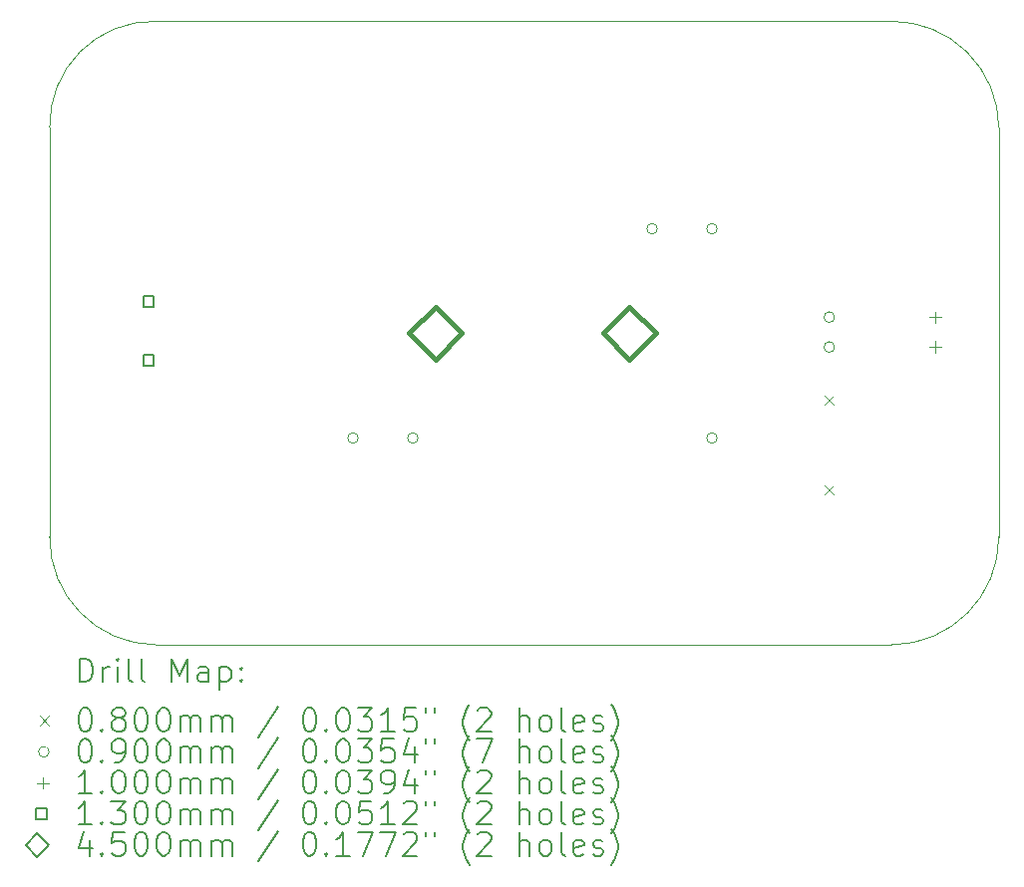
<source format=gbr>
%TF.GenerationSoftware,KiCad,Pcbnew,(6.0.9)*%
%TF.CreationDate,2022-11-27T02:52:19+01:00*%
%TF.ProjectId,ll-irm-psu-board,6c6c2d69-726d-42d7-9073-752d626f6172,0.1*%
%TF.SameCoordinates,Original*%
%TF.FileFunction,Drillmap*%
%TF.FilePolarity,Positive*%
%FSLAX45Y45*%
G04 Gerber Fmt 4.5, Leading zero omitted, Abs format (unit mm)*
G04 Created by KiCad (PCBNEW (6.0.9)) date 2022-11-27 02:52:19*
%MOMM*%
%LPD*%
G01*
G04 APERTURE LIST*
%ADD10C,0.100000*%
%ADD11C,0.200000*%
%ADD12C,0.080000*%
%ADD13C,0.090000*%
%ADD14C,0.130000*%
%ADD15C,0.450000*%
G04 APERTURE END LIST*
D10*
X6016000Y-7954000D02*
X6016000Y-4475000D01*
X6916000Y-8872000D02*
X13165000Y-8872000D01*
X6916000Y-3575000D02*
X13165000Y-3575000D01*
X14075000Y-4475000D02*
G75*
G03*
X13165000Y-3575000I-905000J-5000D01*
G01*
X14075000Y-4475000D02*
X14075000Y-7954000D01*
X13165000Y-8872000D02*
G75*
G03*
X14075000Y-7954000I-4000J914000D01*
G01*
X6016000Y-7954000D02*
G75*
G03*
X6916000Y-8872000I909000J-9000D01*
G01*
X6916000Y-3575000D02*
G75*
G03*
X6016000Y-4475000I-18466J-881534D01*
G01*
D11*
D12*
X12595000Y-6754000D02*
X12675000Y-6834000D01*
X12675000Y-6754000D02*
X12595000Y-6834000D01*
X12595000Y-7516000D02*
X12675000Y-7596000D01*
X12675000Y-7516000D02*
X12595000Y-7596000D01*
D13*
X8636000Y-7115000D02*
G75*
G03*
X8636000Y-7115000I-45000J0D01*
G01*
X9144000Y-7115000D02*
G75*
G03*
X9144000Y-7115000I-45000J0D01*
G01*
X11176000Y-5337000D02*
G75*
G03*
X11176000Y-5337000I-45000J0D01*
G01*
X11684000Y-5337000D02*
G75*
G03*
X11684000Y-5337000I-45000J0D01*
G01*
X11684000Y-7115000D02*
G75*
G03*
X11684000Y-7115000I-45000J0D01*
G01*
X12680000Y-6088500D02*
G75*
G03*
X12680000Y-6088500I-45000J0D01*
G01*
X12680000Y-6342500D02*
G75*
G03*
X12680000Y-6342500I-45000J0D01*
G01*
D10*
X13537500Y-6040000D02*
X13537500Y-6140000D01*
X13487500Y-6090000D02*
X13587500Y-6090000D01*
X13537500Y-6290000D02*
X13537500Y-6390000D01*
X13487500Y-6340000D02*
X13587500Y-6340000D01*
D14*
X6900962Y-6000962D02*
X6900962Y-5909038D01*
X6809038Y-5909038D01*
X6809038Y-6000962D01*
X6900962Y-6000962D01*
X6900962Y-6500962D02*
X6900962Y-6409038D01*
X6809038Y-6409038D01*
X6809038Y-6500962D01*
X6900962Y-6500962D01*
D15*
X9293000Y-6450000D02*
X9518000Y-6225000D01*
X9293000Y-6000000D01*
X9068000Y-6225000D01*
X9293000Y-6450000D01*
X10937000Y-6450000D02*
X11162000Y-6225000D01*
X10937000Y-6000000D01*
X10712000Y-6225000D01*
X10937000Y-6450000D01*
D11*
X6268426Y-9187476D02*
X6268426Y-8987476D01*
X6316045Y-8987476D01*
X6344616Y-8997000D01*
X6363664Y-9016048D01*
X6373187Y-9035095D01*
X6382711Y-9073190D01*
X6382711Y-9101762D01*
X6373187Y-9139857D01*
X6363664Y-9158905D01*
X6344616Y-9177952D01*
X6316045Y-9187476D01*
X6268426Y-9187476D01*
X6468426Y-9187476D02*
X6468426Y-9054143D01*
X6468426Y-9092238D02*
X6477949Y-9073190D01*
X6487473Y-9063667D01*
X6506521Y-9054143D01*
X6525568Y-9054143D01*
X6592235Y-9187476D02*
X6592235Y-9054143D01*
X6592235Y-8987476D02*
X6582711Y-8997000D01*
X6592235Y-9006524D01*
X6601759Y-8997000D01*
X6592235Y-8987476D01*
X6592235Y-9006524D01*
X6716045Y-9187476D02*
X6696997Y-9177952D01*
X6687473Y-9158905D01*
X6687473Y-8987476D01*
X6820807Y-9187476D02*
X6801759Y-9177952D01*
X6792235Y-9158905D01*
X6792235Y-8987476D01*
X7049378Y-9187476D02*
X7049378Y-8987476D01*
X7116045Y-9130333D01*
X7182711Y-8987476D01*
X7182711Y-9187476D01*
X7363664Y-9187476D02*
X7363664Y-9082714D01*
X7354140Y-9063667D01*
X7335092Y-9054143D01*
X7296997Y-9054143D01*
X7277949Y-9063667D01*
X7363664Y-9177952D02*
X7344616Y-9187476D01*
X7296997Y-9187476D01*
X7277949Y-9177952D01*
X7268426Y-9158905D01*
X7268426Y-9139857D01*
X7277949Y-9120810D01*
X7296997Y-9111286D01*
X7344616Y-9111286D01*
X7363664Y-9101762D01*
X7458902Y-9054143D02*
X7458902Y-9254143D01*
X7458902Y-9063667D02*
X7477949Y-9054143D01*
X7516045Y-9054143D01*
X7535092Y-9063667D01*
X7544616Y-9073190D01*
X7554140Y-9092238D01*
X7554140Y-9149381D01*
X7544616Y-9168429D01*
X7535092Y-9177952D01*
X7516045Y-9187476D01*
X7477949Y-9187476D01*
X7458902Y-9177952D01*
X7639854Y-9168429D02*
X7649378Y-9177952D01*
X7639854Y-9187476D01*
X7630330Y-9177952D01*
X7639854Y-9168429D01*
X7639854Y-9187476D01*
X7639854Y-9063667D02*
X7649378Y-9073190D01*
X7639854Y-9082714D01*
X7630330Y-9073190D01*
X7639854Y-9063667D01*
X7639854Y-9082714D01*
D12*
X5930807Y-9477000D02*
X6010807Y-9557000D01*
X6010807Y-9477000D02*
X5930807Y-9557000D01*
D11*
X6306521Y-9407476D02*
X6325568Y-9407476D01*
X6344616Y-9417000D01*
X6354140Y-9426524D01*
X6363664Y-9445571D01*
X6373187Y-9483667D01*
X6373187Y-9531286D01*
X6363664Y-9569381D01*
X6354140Y-9588429D01*
X6344616Y-9597952D01*
X6325568Y-9607476D01*
X6306521Y-9607476D01*
X6287473Y-9597952D01*
X6277949Y-9588429D01*
X6268426Y-9569381D01*
X6258902Y-9531286D01*
X6258902Y-9483667D01*
X6268426Y-9445571D01*
X6277949Y-9426524D01*
X6287473Y-9417000D01*
X6306521Y-9407476D01*
X6458902Y-9588429D02*
X6468426Y-9597952D01*
X6458902Y-9607476D01*
X6449378Y-9597952D01*
X6458902Y-9588429D01*
X6458902Y-9607476D01*
X6582711Y-9493190D02*
X6563664Y-9483667D01*
X6554140Y-9474143D01*
X6544616Y-9455095D01*
X6544616Y-9445571D01*
X6554140Y-9426524D01*
X6563664Y-9417000D01*
X6582711Y-9407476D01*
X6620807Y-9407476D01*
X6639854Y-9417000D01*
X6649378Y-9426524D01*
X6658902Y-9445571D01*
X6658902Y-9455095D01*
X6649378Y-9474143D01*
X6639854Y-9483667D01*
X6620807Y-9493190D01*
X6582711Y-9493190D01*
X6563664Y-9502714D01*
X6554140Y-9512238D01*
X6544616Y-9531286D01*
X6544616Y-9569381D01*
X6554140Y-9588429D01*
X6563664Y-9597952D01*
X6582711Y-9607476D01*
X6620807Y-9607476D01*
X6639854Y-9597952D01*
X6649378Y-9588429D01*
X6658902Y-9569381D01*
X6658902Y-9531286D01*
X6649378Y-9512238D01*
X6639854Y-9502714D01*
X6620807Y-9493190D01*
X6782711Y-9407476D02*
X6801759Y-9407476D01*
X6820807Y-9417000D01*
X6830330Y-9426524D01*
X6839854Y-9445571D01*
X6849378Y-9483667D01*
X6849378Y-9531286D01*
X6839854Y-9569381D01*
X6830330Y-9588429D01*
X6820807Y-9597952D01*
X6801759Y-9607476D01*
X6782711Y-9607476D01*
X6763664Y-9597952D01*
X6754140Y-9588429D01*
X6744616Y-9569381D01*
X6735092Y-9531286D01*
X6735092Y-9483667D01*
X6744616Y-9445571D01*
X6754140Y-9426524D01*
X6763664Y-9417000D01*
X6782711Y-9407476D01*
X6973187Y-9407476D02*
X6992235Y-9407476D01*
X7011283Y-9417000D01*
X7020807Y-9426524D01*
X7030330Y-9445571D01*
X7039854Y-9483667D01*
X7039854Y-9531286D01*
X7030330Y-9569381D01*
X7020807Y-9588429D01*
X7011283Y-9597952D01*
X6992235Y-9607476D01*
X6973187Y-9607476D01*
X6954140Y-9597952D01*
X6944616Y-9588429D01*
X6935092Y-9569381D01*
X6925568Y-9531286D01*
X6925568Y-9483667D01*
X6935092Y-9445571D01*
X6944616Y-9426524D01*
X6954140Y-9417000D01*
X6973187Y-9407476D01*
X7125568Y-9607476D02*
X7125568Y-9474143D01*
X7125568Y-9493190D02*
X7135092Y-9483667D01*
X7154140Y-9474143D01*
X7182711Y-9474143D01*
X7201759Y-9483667D01*
X7211283Y-9502714D01*
X7211283Y-9607476D01*
X7211283Y-9502714D02*
X7220807Y-9483667D01*
X7239854Y-9474143D01*
X7268426Y-9474143D01*
X7287473Y-9483667D01*
X7296997Y-9502714D01*
X7296997Y-9607476D01*
X7392235Y-9607476D02*
X7392235Y-9474143D01*
X7392235Y-9493190D02*
X7401759Y-9483667D01*
X7420807Y-9474143D01*
X7449378Y-9474143D01*
X7468426Y-9483667D01*
X7477949Y-9502714D01*
X7477949Y-9607476D01*
X7477949Y-9502714D02*
X7487473Y-9483667D01*
X7506521Y-9474143D01*
X7535092Y-9474143D01*
X7554140Y-9483667D01*
X7563664Y-9502714D01*
X7563664Y-9607476D01*
X7954140Y-9397952D02*
X7782711Y-9655095D01*
X8211283Y-9407476D02*
X8230330Y-9407476D01*
X8249378Y-9417000D01*
X8258902Y-9426524D01*
X8268426Y-9445571D01*
X8277949Y-9483667D01*
X8277949Y-9531286D01*
X8268426Y-9569381D01*
X8258902Y-9588429D01*
X8249378Y-9597952D01*
X8230330Y-9607476D01*
X8211283Y-9607476D01*
X8192235Y-9597952D01*
X8182711Y-9588429D01*
X8173187Y-9569381D01*
X8163664Y-9531286D01*
X8163664Y-9483667D01*
X8173187Y-9445571D01*
X8182711Y-9426524D01*
X8192235Y-9417000D01*
X8211283Y-9407476D01*
X8363664Y-9588429D02*
X8373187Y-9597952D01*
X8363664Y-9607476D01*
X8354140Y-9597952D01*
X8363664Y-9588429D01*
X8363664Y-9607476D01*
X8496997Y-9407476D02*
X8516045Y-9407476D01*
X8535092Y-9417000D01*
X8544616Y-9426524D01*
X8554140Y-9445571D01*
X8563664Y-9483667D01*
X8563664Y-9531286D01*
X8554140Y-9569381D01*
X8544616Y-9588429D01*
X8535092Y-9597952D01*
X8516045Y-9607476D01*
X8496997Y-9607476D01*
X8477949Y-9597952D01*
X8468426Y-9588429D01*
X8458902Y-9569381D01*
X8449378Y-9531286D01*
X8449378Y-9483667D01*
X8458902Y-9445571D01*
X8468426Y-9426524D01*
X8477949Y-9417000D01*
X8496997Y-9407476D01*
X8630330Y-9407476D02*
X8754140Y-9407476D01*
X8687473Y-9483667D01*
X8716045Y-9483667D01*
X8735092Y-9493190D01*
X8744616Y-9502714D01*
X8754140Y-9521762D01*
X8754140Y-9569381D01*
X8744616Y-9588429D01*
X8735092Y-9597952D01*
X8716045Y-9607476D01*
X8658902Y-9607476D01*
X8639854Y-9597952D01*
X8630330Y-9588429D01*
X8944616Y-9607476D02*
X8830330Y-9607476D01*
X8887473Y-9607476D02*
X8887473Y-9407476D01*
X8868426Y-9436048D01*
X8849378Y-9455095D01*
X8830330Y-9464619D01*
X9125569Y-9407476D02*
X9030330Y-9407476D01*
X9020807Y-9502714D01*
X9030330Y-9493190D01*
X9049378Y-9483667D01*
X9096997Y-9483667D01*
X9116045Y-9493190D01*
X9125569Y-9502714D01*
X9135092Y-9521762D01*
X9135092Y-9569381D01*
X9125569Y-9588429D01*
X9116045Y-9597952D01*
X9096997Y-9607476D01*
X9049378Y-9607476D01*
X9030330Y-9597952D01*
X9020807Y-9588429D01*
X9211283Y-9407476D02*
X9211283Y-9445571D01*
X9287473Y-9407476D02*
X9287473Y-9445571D01*
X9582711Y-9683667D02*
X9573188Y-9674143D01*
X9554140Y-9645571D01*
X9544616Y-9626524D01*
X9535092Y-9597952D01*
X9525569Y-9550333D01*
X9525569Y-9512238D01*
X9535092Y-9464619D01*
X9544616Y-9436048D01*
X9554140Y-9417000D01*
X9573188Y-9388429D01*
X9582711Y-9378905D01*
X9649378Y-9426524D02*
X9658902Y-9417000D01*
X9677949Y-9407476D01*
X9725569Y-9407476D01*
X9744616Y-9417000D01*
X9754140Y-9426524D01*
X9763664Y-9445571D01*
X9763664Y-9464619D01*
X9754140Y-9493190D01*
X9639854Y-9607476D01*
X9763664Y-9607476D01*
X10001759Y-9607476D02*
X10001759Y-9407476D01*
X10087473Y-9607476D02*
X10087473Y-9502714D01*
X10077949Y-9483667D01*
X10058902Y-9474143D01*
X10030330Y-9474143D01*
X10011283Y-9483667D01*
X10001759Y-9493190D01*
X10211283Y-9607476D02*
X10192235Y-9597952D01*
X10182711Y-9588429D01*
X10173188Y-9569381D01*
X10173188Y-9512238D01*
X10182711Y-9493190D01*
X10192235Y-9483667D01*
X10211283Y-9474143D01*
X10239854Y-9474143D01*
X10258902Y-9483667D01*
X10268426Y-9493190D01*
X10277949Y-9512238D01*
X10277949Y-9569381D01*
X10268426Y-9588429D01*
X10258902Y-9597952D01*
X10239854Y-9607476D01*
X10211283Y-9607476D01*
X10392235Y-9607476D02*
X10373188Y-9597952D01*
X10363664Y-9578905D01*
X10363664Y-9407476D01*
X10544616Y-9597952D02*
X10525569Y-9607476D01*
X10487473Y-9607476D01*
X10468426Y-9597952D01*
X10458902Y-9578905D01*
X10458902Y-9502714D01*
X10468426Y-9483667D01*
X10487473Y-9474143D01*
X10525569Y-9474143D01*
X10544616Y-9483667D01*
X10554140Y-9502714D01*
X10554140Y-9521762D01*
X10458902Y-9540810D01*
X10630330Y-9597952D02*
X10649378Y-9607476D01*
X10687473Y-9607476D01*
X10706521Y-9597952D01*
X10716045Y-9578905D01*
X10716045Y-9569381D01*
X10706521Y-9550333D01*
X10687473Y-9540810D01*
X10658902Y-9540810D01*
X10639854Y-9531286D01*
X10630330Y-9512238D01*
X10630330Y-9502714D01*
X10639854Y-9483667D01*
X10658902Y-9474143D01*
X10687473Y-9474143D01*
X10706521Y-9483667D01*
X10782711Y-9683667D02*
X10792235Y-9674143D01*
X10811283Y-9645571D01*
X10820807Y-9626524D01*
X10830330Y-9597952D01*
X10839854Y-9550333D01*
X10839854Y-9512238D01*
X10830330Y-9464619D01*
X10820807Y-9436048D01*
X10811283Y-9417000D01*
X10792235Y-9388429D01*
X10782711Y-9378905D01*
D13*
X6010807Y-9781000D02*
G75*
G03*
X6010807Y-9781000I-45000J0D01*
G01*
D11*
X6306521Y-9671476D02*
X6325568Y-9671476D01*
X6344616Y-9681000D01*
X6354140Y-9690524D01*
X6363664Y-9709571D01*
X6373187Y-9747667D01*
X6373187Y-9795286D01*
X6363664Y-9833381D01*
X6354140Y-9852429D01*
X6344616Y-9861952D01*
X6325568Y-9871476D01*
X6306521Y-9871476D01*
X6287473Y-9861952D01*
X6277949Y-9852429D01*
X6268426Y-9833381D01*
X6258902Y-9795286D01*
X6258902Y-9747667D01*
X6268426Y-9709571D01*
X6277949Y-9690524D01*
X6287473Y-9681000D01*
X6306521Y-9671476D01*
X6458902Y-9852429D02*
X6468426Y-9861952D01*
X6458902Y-9871476D01*
X6449378Y-9861952D01*
X6458902Y-9852429D01*
X6458902Y-9871476D01*
X6563664Y-9871476D02*
X6601759Y-9871476D01*
X6620807Y-9861952D01*
X6630330Y-9852429D01*
X6649378Y-9823857D01*
X6658902Y-9785762D01*
X6658902Y-9709571D01*
X6649378Y-9690524D01*
X6639854Y-9681000D01*
X6620807Y-9671476D01*
X6582711Y-9671476D01*
X6563664Y-9681000D01*
X6554140Y-9690524D01*
X6544616Y-9709571D01*
X6544616Y-9757190D01*
X6554140Y-9776238D01*
X6563664Y-9785762D01*
X6582711Y-9795286D01*
X6620807Y-9795286D01*
X6639854Y-9785762D01*
X6649378Y-9776238D01*
X6658902Y-9757190D01*
X6782711Y-9671476D02*
X6801759Y-9671476D01*
X6820807Y-9681000D01*
X6830330Y-9690524D01*
X6839854Y-9709571D01*
X6849378Y-9747667D01*
X6849378Y-9795286D01*
X6839854Y-9833381D01*
X6830330Y-9852429D01*
X6820807Y-9861952D01*
X6801759Y-9871476D01*
X6782711Y-9871476D01*
X6763664Y-9861952D01*
X6754140Y-9852429D01*
X6744616Y-9833381D01*
X6735092Y-9795286D01*
X6735092Y-9747667D01*
X6744616Y-9709571D01*
X6754140Y-9690524D01*
X6763664Y-9681000D01*
X6782711Y-9671476D01*
X6973187Y-9671476D02*
X6992235Y-9671476D01*
X7011283Y-9681000D01*
X7020807Y-9690524D01*
X7030330Y-9709571D01*
X7039854Y-9747667D01*
X7039854Y-9795286D01*
X7030330Y-9833381D01*
X7020807Y-9852429D01*
X7011283Y-9861952D01*
X6992235Y-9871476D01*
X6973187Y-9871476D01*
X6954140Y-9861952D01*
X6944616Y-9852429D01*
X6935092Y-9833381D01*
X6925568Y-9795286D01*
X6925568Y-9747667D01*
X6935092Y-9709571D01*
X6944616Y-9690524D01*
X6954140Y-9681000D01*
X6973187Y-9671476D01*
X7125568Y-9871476D02*
X7125568Y-9738143D01*
X7125568Y-9757190D02*
X7135092Y-9747667D01*
X7154140Y-9738143D01*
X7182711Y-9738143D01*
X7201759Y-9747667D01*
X7211283Y-9766714D01*
X7211283Y-9871476D01*
X7211283Y-9766714D02*
X7220807Y-9747667D01*
X7239854Y-9738143D01*
X7268426Y-9738143D01*
X7287473Y-9747667D01*
X7296997Y-9766714D01*
X7296997Y-9871476D01*
X7392235Y-9871476D02*
X7392235Y-9738143D01*
X7392235Y-9757190D02*
X7401759Y-9747667D01*
X7420807Y-9738143D01*
X7449378Y-9738143D01*
X7468426Y-9747667D01*
X7477949Y-9766714D01*
X7477949Y-9871476D01*
X7477949Y-9766714D02*
X7487473Y-9747667D01*
X7506521Y-9738143D01*
X7535092Y-9738143D01*
X7554140Y-9747667D01*
X7563664Y-9766714D01*
X7563664Y-9871476D01*
X7954140Y-9661952D02*
X7782711Y-9919095D01*
X8211283Y-9671476D02*
X8230330Y-9671476D01*
X8249378Y-9681000D01*
X8258902Y-9690524D01*
X8268426Y-9709571D01*
X8277949Y-9747667D01*
X8277949Y-9795286D01*
X8268426Y-9833381D01*
X8258902Y-9852429D01*
X8249378Y-9861952D01*
X8230330Y-9871476D01*
X8211283Y-9871476D01*
X8192235Y-9861952D01*
X8182711Y-9852429D01*
X8173187Y-9833381D01*
X8163664Y-9795286D01*
X8163664Y-9747667D01*
X8173187Y-9709571D01*
X8182711Y-9690524D01*
X8192235Y-9681000D01*
X8211283Y-9671476D01*
X8363664Y-9852429D02*
X8373187Y-9861952D01*
X8363664Y-9871476D01*
X8354140Y-9861952D01*
X8363664Y-9852429D01*
X8363664Y-9871476D01*
X8496997Y-9671476D02*
X8516045Y-9671476D01*
X8535092Y-9681000D01*
X8544616Y-9690524D01*
X8554140Y-9709571D01*
X8563664Y-9747667D01*
X8563664Y-9795286D01*
X8554140Y-9833381D01*
X8544616Y-9852429D01*
X8535092Y-9861952D01*
X8516045Y-9871476D01*
X8496997Y-9871476D01*
X8477949Y-9861952D01*
X8468426Y-9852429D01*
X8458902Y-9833381D01*
X8449378Y-9795286D01*
X8449378Y-9747667D01*
X8458902Y-9709571D01*
X8468426Y-9690524D01*
X8477949Y-9681000D01*
X8496997Y-9671476D01*
X8630330Y-9671476D02*
X8754140Y-9671476D01*
X8687473Y-9747667D01*
X8716045Y-9747667D01*
X8735092Y-9757190D01*
X8744616Y-9766714D01*
X8754140Y-9785762D01*
X8754140Y-9833381D01*
X8744616Y-9852429D01*
X8735092Y-9861952D01*
X8716045Y-9871476D01*
X8658902Y-9871476D01*
X8639854Y-9861952D01*
X8630330Y-9852429D01*
X8935092Y-9671476D02*
X8839854Y-9671476D01*
X8830330Y-9766714D01*
X8839854Y-9757190D01*
X8858902Y-9747667D01*
X8906521Y-9747667D01*
X8925569Y-9757190D01*
X8935092Y-9766714D01*
X8944616Y-9785762D01*
X8944616Y-9833381D01*
X8935092Y-9852429D01*
X8925569Y-9861952D01*
X8906521Y-9871476D01*
X8858902Y-9871476D01*
X8839854Y-9861952D01*
X8830330Y-9852429D01*
X9116045Y-9738143D02*
X9116045Y-9871476D01*
X9068426Y-9661952D02*
X9020807Y-9804810D01*
X9144616Y-9804810D01*
X9211283Y-9671476D02*
X9211283Y-9709571D01*
X9287473Y-9671476D02*
X9287473Y-9709571D01*
X9582711Y-9947667D02*
X9573188Y-9938143D01*
X9554140Y-9909571D01*
X9544616Y-9890524D01*
X9535092Y-9861952D01*
X9525569Y-9814333D01*
X9525569Y-9776238D01*
X9535092Y-9728619D01*
X9544616Y-9700048D01*
X9554140Y-9681000D01*
X9573188Y-9652429D01*
X9582711Y-9642905D01*
X9639854Y-9671476D02*
X9773188Y-9671476D01*
X9687473Y-9871476D01*
X10001759Y-9871476D02*
X10001759Y-9671476D01*
X10087473Y-9871476D02*
X10087473Y-9766714D01*
X10077949Y-9747667D01*
X10058902Y-9738143D01*
X10030330Y-9738143D01*
X10011283Y-9747667D01*
X10001759Y-9757190D01*
X10211283Y-9871476D02*
X10192235Y-9861952D01*
X10182711Y-9852429D01*
X10173188Y-9833381D01*
X10173188Y-9776238D01*
X10182711Y-9757190D01*
X10192235Y-9747667D01*
X10211283Y-9738143D01*
X10239854Y-9738143D01*
X10258902Y-9747667D01*
X10268426Y-9757190D01*
X10277949Y-9776238D01*
X10277949Y-9833381D01*
X10268426Y-9852429D01*
X10258902Y-9861952D01*
X10239854Y-9871476D01*
X10211283Y-9871476D01*
X10392235Y-9871476D02*
X10373188Y-9861952D01*
X10363664Y-9842905D01*
X10363664Y-9671476D01*
X10544616Y-9861952D02*
X10525569Y-9871476D01*
X10487473Y-9871476D01*
X10468426Y-9861952D01*
X10458902Y-9842905D01*
X10458902Y-9766714D01*
X10468426Y-9747667D01*
X10487473Y-9738143D01*
X10525569Y-9738143D01*
X10544616Y-9747667D01*
X10554140Y-9766714D01*
X10554140Y-9785762D01*
X10458902Y-9804810D01*
X10630330Y-9861952D02*
X10649378Y-9871476D01*
X10687473Y-9871476D01*
X10706521Y-9861952D01*
X10716045Y-9842905D01*
X10716045Y-9833381D01*
X10706521Y-9814333D01*
X10687473Y-9804810D01*
X10658902Y-9804810D01*
X10639854Y-9795286D01*
X10630330Y-9776238D01*
X10630330Y-9766714D01*
X10639854Y-9747667D01*
X10658902Y-9738143D01*
X10687473Y-9738143D01*
X10706521Y-9747667D01*
X10782711Y-9947667D02*
X10792235Y-9938143D01*
X10811283Y-9909571D01*
X10820807Y-9890524D01*
X10830330Y-9861952D01*
X10839854Y-9814333D01*
X10839854Y-9776238D01*
X10830330Y-9728619D01*
X10820807Y-9700048D01*
X10811283Y-9681000D01*
X10792235Y-9652429D01*
X10782711Y-9642905D01*
D10*
X5960807Y-9995000D02*
X5960807Y-10095000D01*
X5910807Y-10045000D02*
X6010807Y-10045000D01*
D11*
X6373187Y-10135476D02*
X6258902Y-10135476D01*
X6316045Y-10135476D02*
X6316045Y-9935476D01*
X6296997Y-9964048D01*
X6277949Y-9983095D01*
X6258902Y-9992619D01*
X6458902Y-10116429D02*
X6468426Y-10125952D01*
X6458902Y-10135476D01*
X6449378Y-10125952D01*
X6458902Y-10116429D01*
X6458902Y-10135476D01*
X6592235Y-9935476D02*
X6611283Y-9935476D01*
X6630330Y-9945000D01*
X6639854Y-9954524D01*
X6649378Y-9973571D01*
X6658902Y-10011667D01*
X6658902Y-10059286D01*
X6649378Y-10097381D01*
X6639854Y-10116429D01*
X6630330Y-10125952D01*
X6611283Y-10135476D01*
X6592235Y-10135476D01*
X6573187Y-10125952D01*
X6563664Y-10116429D01*
X6554140Y-10097381D01*
X6544616Y-10059286D01*
X6544616Y-10011667D01*
X6554140Y-9973571D01*
X6563664Y-9954524D01*
X6573187Y-9945000D01*
X6592235Y-9935476D01*
X6782711Y-9935476D02*
X6801759Y-9935476D01*
X6820807Y-9945000D01*
X6830330Y-9954524D01*
X6839854Y-9973571D01*
X6849378Y-10011667D01*
X6849378Y-10059286D01*
X6839854Y-10097381D01*
X6830330Y-10116429D01*
X6820807Y-10125952D01*
X6801759Y-10135476D01*
X6782711Y-10135476D01*
X6763664Y-10125952D01*
X6754140Y-10116429D01*
X6744616Y-10097381D01*
X6735092Y-10059286D01*
X6735092Y-10011667D01*
X6744616Y-9973571D01*
X6754140Y-9954524D01*
X6763664Y-9945000D01*
X6782711Y-9935476D01*
X6973187Y-9935476D02*
X6992235Y-9935476D01*
X7011283Y-9945000D01*
X7020807Y-9954524D01*
X7030330Y-9973571D01*
X7039854Y-10011667D01*
X7039854Y-10059286D01*
X7030330Y-10097381D01*
X7020807Y-10116429D01*
X7011283Y-10125952D01*
X6992235Y-10135476D01*
X6973187Y-10135476D01*
X6954140Y-10125952D01*
X6944616Y-10116429D01*
X6935092Y-10097381D01*
X6925568Y-10059286D01*
X6925568Y-10011667D01*
X6935092Y-9973571D01*
X6944616Y-9954524D01*
X6954140Y-9945000D01*
X6973187Y-9935476D01*
X7125568Y-10135476D02*
X7125568Y-10002143D01*
X7125568Y-10021190D02*
X7135092Y-10011667D01*
X7154140Y-10002143D01*
X7182711Y-10002143D01*
X7201759Y-10011667D01*
X7211283Y-10030714D01*
X7211283Y-10135476D01*
X7211283Y-10030714D02*
X7220807Y-10011667D01*
X7239854Y-10002143D01*
X7268426Y-10002143D01*
X7287473Y-10011667D01*
X7296997Y-10030714D01*
X7296997Y-10135476D01*
X7392235Y-10135476D02*
X7392235Y-10002143D01*
X7392235Y-10021190D02*
X7401759Y-10011667D01*
X7420807Y-10002143D01*
X7449378Y-10002143D01*
X7468426Y-10011667D01*
X7477949Y-10030714D01*
X7477949Y-10135476D01*
X7477949Y-10030714D02*
X7487473Y-10011667D01*
X7506521Y-10002143D01*
X7535092Y-10002143D01*
X7554140Y-10011667D01*
X7563664Y-10030714D01*
X7563664Y-10135476D01*
X7954140Y-9925952D02*
X7782711Y-10183095D01*
X8211283Y-9935476D02*
X8230330Y-9935476D01*
X8249378Y-9945000D01*
X8258902Y-9954524D01*
X8268426Y-9973571D01*
X8277949Y-10011667D01*
X8277949Y-10059286D01*
X8268426Y-10097381D01*
X8258902Y-10116429D01*
X8249378Y-10125952D01*
X8230330Y-10135476D01*
X8211283Y-10135476D01*
X8192235Y-10125952D01*
X8182711Y-10116429D01*
X8173187Y-10097381D01*
X8163664Y-10059286D01*
X8163664Y-10011667D01*
X8173187Y-9973571D01*
X8182711Y-9954524D01*
X8192235Y-9945000D01*
X8211283Y-9935476D01*
X8363664Y-10116429D02*
X8373187Y-10125952D01*
X8363664Y-10135476D01*
X8354140Y-10125952D01*
X8363664Y-10116429D01*
X8363664Y-10135476D01*
X8496997Y-9935476D02*
X8516045Y-9935476D01*
X8535092Y-9945000D01*
X8544616Y-9954524D01*
X8554140Y-9973571D01*
X8563664Y-10011667D01*
X8563664Y-10059286D01*
X8554140Y-10097381D01*
X8544616Y-10116429D01*
X8535092Y-10125952D01*
X8516045Y-10135476D01*
X8496997Y-10135476D01*
X8477949Y-10125952D01*
X8468426Y-10116429D01*
X8458902Y-10097381D01*
X8449378Y-10059286D01*
X8449378Y-10011667D01*
X8458902Y-9973571D01*
X8468426Y-9954524D01*
X8477949Y-9945000D01*
X8496997Y-9935476D01*
X8630330Y-9935476D02*
X8754140Y-9935476D01*
X8687473Y-10011667D01*
X8716045Y-10011667D01*
X8735092Y-10021190D01*
X8744616Y-10030714D01*
X8754140Y-10049762D01*
X8754140Y-10097381D01*
X8744616Y-10116429D01*
X8735092Y-10125952D01*
X8716045Y-10135476D01*
X8658902Y-10135476D01*
X8639854Y-10125952D01*
X8630330Y-10116429D01*
X8849378Y-10135476D02*
X8887473Y-10135476D01*
X8906521Y-10125952D01*
X8916045Y-10116429D01*
X8935092Y-10087857D01*
X8944616Y-10049762D01*
X8944616Y-9973571D01*
X8935092Y-9954524D01*
X8925569Y-9945000D01*
X8906521Y-9935476D01*
X8868426Y-9935476D01*
X8849378Y-9945000D01*
X8839854Y-9954524D01*
X8830330Y-9973571D01*
X8830330Y-10021190D01*
X8839854Y-10040238D01*
X8849378Y-10049762D01*
X8868426Y-10059286D01*
X8906521Y-10059286D01*
X8925569Y-10049762D01*
X8935092Y-10040238D01*
X8944616Y-10021190D01*
X9116045Y-10002143D02*
X9116045Y-10135476D01*
X9068426Y-9925952D02*
X9020807Y-10068810D01*
X9144616Y-10068810D01*
X9211283Y-9935476D02*
X9211283Y-9973571D01*
X9287473Y-9935476D02*
X9287473Y-9973571D01*
X9582711Y-10211667D02*
X9573188Y-10202143D01*
X9554140Y-10173571D01*
X9544616Y-10154524D01*
X9535092Y-10125952D01*
X9525569Y-10078333D01*
X9525569Y-10040238D01*
X9535092Y-9992619D01*
X9544616Y-9964048D01*
X9554140Y-9945000D01*
X9573188Y-9916429D01*
X9582711Y-9906905D01*
X9649378Y-9954524D02*
X9658902Y-9945000D01*
X9677949Y-9935476D01*
X9725569Y-9935476D01*
X9744616Y-9945000D01*
X9754140Y-9954524D01*
X9763664Y-9973571D01*
X9763664Y-9992619D01*
X9754140Y-10021190D01*
X9639854Y-10135476D01*
X9763664Y-10135476D01*
X10001759Y-10135476D02*
X10001759Y-9935476D01*
X10087473Y-10135476D02*
X10087473Y-10030714D01*
X10077949Y-10011667D01*
X10058902Y-10002143D01*
X10030330Y-10002143D01*
X10011283Y-10011667D01*
X10001759Y-10021190D01*
X10211283Y-10135476D02*
X10192235Y-10125952D01*
X10182711Y-10116429D01*
X10173188Y-10097381D01*
X10173188Y-10040238D01*
X10182711Y-10021190D01*
X10192235Y-10011667D01*
X10211283Y-10002143D01*
X10239854Y-10002143D01*
X10258902Y-10011667D01*
X10268426Y-10021190D01*
X10277949Y-10040238D01*
X10277949Y-10097381D01*
X10268426Y-10116429D01*
X10258902Y-10125952D01*
X10239854Y-10135476D01*
X10211283Y-10135476D01*
X10392235Y-10135476D02*
X10373188Y-10125952D01*
X10363664Y-10106905D01*
X10363664Y-9935476D01*
X10544616Y-10125952D02*
X10525569Y-10135476D01*
X10487473Y-10135476D01*
X10468426Y-10125952D01*
X10458902Y-10106905D01*
X10458902Y-10030714D01*
X10468426Y-10011667D01*
X10487473Y-10002143D01*
X10525569Y-10002143D01*
X10544616Y-10011667D01*
X10554140Y-10030714D01*
X10554140Y-10049762D01*
X10458902Y-10068810D01*
X10630330Y-10125952D02*
X10649378Y-10135476D01*
X10687473Y-10135476D01*
X10706521Y-10125952D01*
X10716045Y-10106905D01*
X10716045Y-10097381D01*
X10706521Y-10078333D01*
X10687473Y-10068810D01*
X10658902Y-10068810D01*
X10639854Y-10059286D01*
X10630330Y-10040238D01*
X10630330Y-10030714D01*
X10639854Y-10011667D01*
X10658902Y-10002143D01*
X10687473Y-10002143D01*
X10706521Y-10011667D01*
X10782711Y-10211667D02*
X10792235Y-10202143D01*
X10811283Y-10173571D01*
X10820807Y-10154524D01*
X10830330Y-10125952D01*
X10839854Y-10078333D01*
X10839854Y-10040238D01*
X10830330Y-9992619D01*
X10820807Y-9964048D01*
X10811283Y-9945000D01*
X10792235Y-9916429D01*
X10782711Y-9906905D01*
D14*
X5991769Y-10354962D02*
X5991769Y-10263038D01*
X5899844Y-10263038D01*
X5899844Y-10354962D01*
X5991769Y-10354962D01*
D11*
X6373187Y-10399476D02*
X6258902Y-10399476D01*
X6316045Y-10399476D02*
X6316045Y-10199476D01*
X6296997Y-10228048D01*
X6277949Y-10247095D01*
X6258902Y-10256619D01*
X6458902Y-10380429D02*
X6468426Y-10389952D01*
X6458902Y-10399476D01*
X6449378Y-10389952D01*
X6458902Y-10380429D01*
X6458902Y-10399476D01*
X6535092Y-10199476D02*
X6658902Y-10199476D01*
X6592235Y-10275667D01*
X6620807Y-10275667D01*
X6639854Y-10285190D01*
X6649378Y-10294714D01*
X6658902Y-10313762D01*
X6658902Y-10361381D01*
X6649378Y-10380429D01*
X6639854Y-10389952D01*
X6620807Y-10399476D01*
X6563664Y-10399476D01*
X6544616Y-10389952D01*
X6535092Y-10380429D01*
X6782711Y-10199476D02*
X6801759Y-10199476D01*
X6820807Y-10209000D01*
X6830330Y-10218524D01*
X6839854Y-10237571D01*
X6849378Y-10275667D01*
X6849378Y-10323286D01*
X6839854Y-10361381D01*
X6830330Y-10380429D01*
X6820807Y-10389952D01*
X6801759Y-10399476D01*
X6782711Y-10399476D01*
X6763664Y-10389952D01*
X6754140Y-10380429D01*
X6744616Y-10361381D01*
X6735092Y-10323286D01*
X6735092Y-10275667D01*
X6744616Y-10237571D01*
X6754140Y-10218524D01*
X6763664Y-10209000D01*
X6782711Y-10199476D01*
X6973187Y-10199476D02*
X6992235Y-10199476D01*
X7011283Y-10209000D01*
X7020807Y-10218524D01*
X7030330Y-10237571D01*
X7039854Y-10275667D01*
X7039854Y-10323286D01*
X7030330Y-10361381D01*
X7020807Y-10380429D01*
X7011283Y-10389952D01*
X6992235Y-10399476D01*
X6973187Y-10399476D01*
X6954140Y-10389952D01*
X6944616Y-10380429D01*
X6935092Y-10361381D01*
X6925568Y-10323286D01*
X6925568Y-10275667D01*
X6935092Y-10237571D01*
X6944616Y-10218524D01*
X6954140Y-10209000D01*
X6973187Y-10199476D01*
X7125568Y-10399476D02*
X7125568Y-10266143D01*
X7125568Y-10285190D02*
X7135092Y-10275667D01*
X7154140Y-10266143D01*
X7182711Y-10266143D01*
X7201759Y-10275667D01*
X7211283Y-10294714D01*
X7211283Y-10399476D01*
X7211283Y-10294714D02*
X7220807Y-10275667D01*
X7239854Y-10266143D01*
X7268426Y-10266143D01*
X7287473Y-10275667D01*
X7296997Y-10294714D01*
X7296997Y-10399476D01*
X7392235Y-10399476D02*
X7392235Y-10266143D01*
X7392235Y-10285190D02*
X7401759Y-10275667D01*
X7420807Y-10266143D01*
X7449378Y-10266143D01*
X7468426Y-10275667D01*
X7477949Y-10294714D01*
X7477949Y-10399476D01*
X7477949Y-10294714D02*
X7487473Y-10275667D01*
X7506521Y-10266143D01*
X7535092Y-10266143D01*
X7554140Y-10275667D01*
X7563664Y-10294714D01*
X7563664Y-10399476D01*
X7954140Y-10189952D02*
X7782711Y-10447095D01*
X8211283Y-10199476D02*
X8230330Y-10199476D01*
X8249378Y-10209000D01*
X8258902Y-10218524D01*
X8268426Y-10237571D01*
X8277949Y-10275667D01*
X8277949Y-10323286D01*
X8268426Y-10361381D01*
X8258902Y-10380429D01*
X8249378Y-10389952D01*
X8230330Y-10399476D01*
X8211283Y-10399476D01*
X8192235Y-10389952D01*
X8182711Y-10380429D01*
X8173187Y-10361381D01*
X8163664Y-10323286D01*
X8163664Y-10275667D01*
X8173187Y-10237571D01*
X8182711Y-10218524D01*
X8192235Y-10209000D01*
X8211283Y-10199476D01*
X8363664Y-10380429D02*
X8373187Y-10389952D01*
X8363664Y-10399476D01*
X8354140Y-10389952D01*
X8363664Y-10380429D01*
X8363664Y-10399476D01*
X8496997Y-10199476D02*
X8516045Y-10199476D01*
X8535092Y-10209000D01*
X8544616Y-10218524D01*
X8554140Y-10237571D01*
X8563664Y-10275667D01*
X8563664Y-10323286D01*
X8554140Y-10361381D01*
X8544616Y-10380429D01*
X8535092Y-10389952D01*
X8516045Y-10399476D01*
X8496997Y-10399476D01*
X8477949Y-10389952D01*
X8468426Y-10380429D01*
X8458902Y-10361381D01*
X8449378Y-10323286D01*
X8449378Y-10275667D01*
X8458902Y-10237571D01*
X8468426Y-10218524D01*
X8477949Y-10209000D01*
X8496997Y-10199476D01*
X8744616Y-10199476D02*
X8649378Y-10199476D01*
X8639854Y-10294714D01*
X8649378Y-10285190D01*
X8668426Y-10275667D01*
X8716045Y-10275667D01*
X8735092Y-10285190D01*
X8744616Y-10294714D01*
X8754140Y-10313762D01*
X8754140Y-10361381D01*
X8744616Y-10380429D01*
X8735092Y-10389952D01*
X8716045Y-10399476D01*
X8668426Y-10399476D01*
X8649378Y-10389952D01*
X8639854Y-10380429D01*
X8944616Y-10399476D02*
X8830330Y-10399476D01*
X8887473Y-10399476D02*
X8887473Y-10199476D01*
X8868426Y-10228048D01*
X8849378Y-10247095D01*
X8830330Y-10256619D01*
X9020807Y-10218524D02*
X9030330Y-10209000D01*
X9049378Y-10199476D01*
X9096997Y-10199476D01*
X9116045Y-10209000D01*
X9125569Y-10218524D01*
X9135092Y-10237571D01*
X9135092Y-10256619D01*
X9125569Y-10285190D01*
X9011283Y-10399476D01*
X9135092Y-10399476D01*
X9211283Y-10199476D02*
X9211283Y-10237571D01*
X9287473Y-10199476D02*
X9287473Y-10237571D01*
X9582711Y-10475667D02*
X9573188Y-10466143D01*
X9554140Y-10437571D01*
X9544616Y-10418524D01*
X9535092Y-10389952D01*
X9525569Y-10342333D01*
X9525569Y-10304238D01*
X9535092Y-10256619D01*
X9544616Y-10228048D01*
X9554140Y-10209000D01*
X9573188Y-10180429D01*
X9582711Y-10170905D01*
X9649378Y-10218524D02*
X9658902Y-10209000D01*
X9677949Y-10199476D01*
X9725569Y-10199476D01*
X9744616Y-10209000D01*
X9754140Y-10218524D01*
X9763664Y-10237571D01*
X9763664Y-10256619D01*
X9754140Y-10285190D01*
X9639854Y-10399476D01*
X9763664Y-10399476D01*
X10001759Y-10399476D02*
X10001759Y-10199476D01*
X10087473Y-10399476D02*
X10087473Y-10294714D01*
X10077949Y-10275667D01*
X10058902Y-10266143D01*
X10030330Y-10266143D01*
X10011283Y-10275667D01*
X10001759Y-10285190D01*
X10211283Y-10399476D02*
X10192235Y-10389952D01*
X10182711Y-10380429D01*
X10173188Y-10361381D01*
X10173188Y-10304238D01*
X10182711Y-10285190D01*
X10192235Y-10275667D01*
X10211283Y-10266143D01*
X10239854Y-10266143D01*
X10258902Y-10275667D01*
X10268426Y-10285190D01*
X10277949Y-10304238D01*
X10277949Y-10361381D01*
X10268426Y-10380429D01*
X10258902Y-10389952D01*
X10239854Y-10399476D01*
X10211283Y-10399476D01*
X10392235Y-10399476D02*
X10373188Y-10389952D01*
X10363664Y-10370905D01*
X10363664Y-10199476D01*
X10544616Y-10389952D02*
X10525569Y-10399476D01*
X10487473Y-10399476D01*
X10468426Y-10389952D01*
X10458902Y-10370905D01*
X10458902Y-10294714D01*
X10468426Y-10275667D01*
X10487473Y-10266143D01*
X10525569Y-10266143D01*
X10544616Y-10275667D01*
X10554140Y-10294714D01*
X10554140Y-10313762D01*
X10458902Y-10332810D01*
X10630330Y-10389952D02*
X10649378Y-10399476D01*
X10687473Y-10399476D01*
X10706521Y-10389952D01*
X10716045Y-10370905D01*
X10716045Y-10361381D01*
X10706521Y-10342333D01*
X10687473Y-10332810D01*
X10658902Y-10332810D01*
X10639854Y-10323286D01*
X10630330Y-10304238D01*
X10630330Y-10294714D01*
X10639854Y-10275667D01*
X10658902Y-10266143D01*
X10687473Y-10266143D01*
X10706521Y-10275667D01*
X10782711Y-10475667D02*
X10792235Y-10466143D01*
X10811283Y-10437571D01*
X10820807Y-10418524D01*
X10830330Y-10389952D01*
X10839854Y-10342333D01*
X10839854Y-10304238D01*
X10830330Y-10256619D01*
X10820807Y-10228048D01*
X10811283Y-10209000D01*
X10792235Y-10180429D01*
X10782711Y-10170905D01*
X5910807Y-10673000D02*
X6010807Y-10573000D01*
X5910807Y-10473000D01*
X5810807Y-10573000D01*
X5910807Y-10673000D01*
X6354140Y-10530143D02*
X6354140Y-10663476D01*
X6306521Y-10453952D02*
X6258902Y-10596810D01*
X6382711Y-10596810D01*
X6458902Y-10644429D02*
X6468426Y-10653952D01*
X6458902Y-10663476D01*
X6449378Y-10653952D01*
X6458902Y-10644429D01*
X6458902Y-10663476D01*
X6649378Y-10463476D02*
X6554140Y-10463476D01*
X6544616Y-10558714D01*
X6554140Y-10549190D01*
X6573187Y-10539667D01*
X6620807Y-10539667D01*
X6639854Y-10549190D01*
X6649378Y-10558714D01*
X6658902Y-10577762D01*
X6658902Y-10625381D01*
X6649378Y-10644429D01*
X6639854Y-10653952D01*
X6620807Y-10663476D01*
X6573187Y-10663476D01*
X6554140Y-10653952D01*
X6544616Y-10644429D01*
X6782711Y-10463476D02*
X6801759Y-10463476D01*
X6820807Y-10473000D01*
X6830330Y-10482524D01*
X6839854Y-10501571D01*
X6849378Y-10539667D01*
X6849378Y-10587286D01*
X6839854Y-10625381D01*
X6830330Y-10644429D01*
X6820807Y-10653952D01*
X6801759Y-10663476D01*
X6782711Y-10663476D01*
X6763664Y-10653952D01*
X6754140Y-10644429D01*
X6744616Y-10625381D01*
X6735092Y-10587286D01*
X6735092Y-10539667D01*
X6744616Y-10501571D01*
X6754140Y-10482524D01*
X6763664Y-10473000D01*
X6782711Y-10463476D01*
X6973187Y-10463476D02*
X6992235Y-10463476D01*
X7011283Y-10473000D01*
X7020807Y-10482524D01*
X7030330Y-10501571D01*
X7039854Y-10539667D01*
X7039854Y-10587286D01*
X7030330Y-10625381D01*
X7020807Y-10644429D01*
X7011283Y-10653952D01*
X6992235Y-10663476D01*
X6973187Y-10663476D01*
X6954140Y-10653952D01*
X6944616Y-10644429D01*
X6935092Y-10625381D01*
X6925568Y-10587286D01*
X6925568Y-10539667D01*
X6935092Y-10501571D01*
X6944616Y-10482524D01*
X6954140Y-10473000D01*
X6973187Y-10463476D01*
X7125568Y-10663476D02*
X7125568Y-10530143D01*
X7125568Y-10549190D02*
X7135092Y-10539667D01*
X7154140Y-10530143D01*
X7182711Y-10530143D01*
X7201759Y-10539667D01*
X7211283Y-10558714D01*
X7211283Y-10663476D01*
X7211283Y-10558714D02*
X7220807Y-10539667D01*
X7239854Y-10530143D01*
X7268426Y-10530143D01*
X7287473Y-10539667D01*
X7296997Y-10558714D01*
X7296997Y-10663476D01*
X7392235Y-10663476D02*
X7392235Y-10530143D01*
X7392235Y-10549190D02*
X7401759Y-10539667D01*
X7420807Y-10530143D01*
X7449378Y-10530143D01*
X7468426Y-10539667D01*
X7477949Y-10558714D01*
X7477949Y-10663476D01*
X7477949Y-10558714D02*
X7487473Y-10539667D01*
X7506521Y-10530143D01*
X7535092Y-10530143D01*
X7554140Y-10539667D01*
X7563664Y-10558714D01*
X7563664Y-10663476D01*
X7954140Y-10453952D02*
X7782711Y-10711095D01*
X8211283Y-10463476D02*
X8230330Y-10463476D01*
X8249378Y-10473000D01*
X8258902Y-10482524D01*
X8268426Y-10501571D01*
X8277949Y-10539667D01*
X8277949Y-10587286D01*
X8268426Y-10625381D01*
X8258902Y-10644429D01*
X8249378Y-10653952D01*
X8230330Y-10663476D01*
X8211283Y-10663476D01*
X8192235Y-10653952D01*
X8182711Y-10644429D01*
X8173187Y-10625381D01*
X8163664Y-10587286D01*
X8163664Y-10539667D01*
X8173187Y-10501571D01*
X8182711Y-10482524D01*
X8192235Y-10473000D01*
X8211283Y-10463476D01*
X8363664Y-10644429D02*
X8373187Y-10653952D01*
X8363664Y-10663476D01*
X8354140Y-10653952D01*
X8363664Y-10644429D01*
X8363664Y-10663476D01*
X8563664Y-10663476D02*
X8449378Y-10663476D01*
X8506521Y-10663476D02*
X8506521Y-10463476D01*
X8487473Y-10492048D01*
X8468426Y-10511095D01*
X8449378Y-10520619D01*
X8630330Y-10463476D02*
X8763664Y-10463476D01*
X8677949Y-10663476D01*
X8820807Y-10463476D02*
X8954140Y-10463476D01*
X8868426Y-10663476D01*
X9020807Y-10482524D02*
X9030330Y-10473000D01*
X9049378Y-10463476D01*
X9096997Y-10463476D01*
X9116045Y-10473000D01*
X9125569Y-10482524D01*
X9135092Y-10501571D01*
X9135092Y-10520619D01*
X9125569Y-10549190D01*
X9011283Y-10663476D01*
X9135092Y-10663476D01*
X9211283Y-10463476D02*
X9211283Y-10501571D01*
X9287473Y-10463476D02*
X9287473Y-10501571D01*
X9582711Y-10739667D02*
X9573188Y-10730143D01*
X9554140Y-10701571D01*
X9544616Y-10682524D01*
X9535092Y-10653952D01*
X9525569Y-10606333D01*
X9525569Y-10568238D01*
X9535092Y-10520619D01*
X9544616Y-10492048D01*
X9554140Y-10473000D01*
X9573188Y-10444429D01*
X9582711Y-10434905D01*
X9649378Y-10482524D02*
X9658902Y-10473000D01*
X9677949Y-10463476D01*
X9725569Y-10463476D01*
X9744616Y-10473000D01*
X9754140Y-10482524D01*
X9763664Y-10501571D01*
X9763664Y-10520619D01*
X9754140Y-10549190D01*
X9639854Y-10663476D01*
X9763664Y-10663476D01*
X10001759Y-10663476D02*
X10001759Y-10463476D01*
X10087473Y-10663476D02*
X10087473Y-10558714D01*
X10077949Y-10539667D01*
X10058902Y-10530143D01*
X10030330Y-10530143D01*
X10011283Y-10539667D01*
X10001759Y-10549190D01*
X10211283Y-10663476D02*
X10192235Y-10653952D01*
X10182711Y-10644429D01*
X10173188Y-10625381D01*
X10173188Y-10568238D01*
X10182711Y-10549190D01*
X10192235Y-10539667D01*
X10211283Y-10530143D01*
X10239854Y-10530143D01*
X10258902Y-10539667D01*
X10268426Y-10549190D01*
X10277949Y-10568238D01*
X10277949Y-10625381D01*
X10268426Y-10644429D01*
X10258902Y-10653952D01*
X10239854Y-10663476D01*
X10211283Y-10663476D01*
X10392235Y-10663476D02*
X10373188Y-10653952D01*
X10363664Y-10634905D01*
X10363664Y-10463476D01*
X10544616Y-10653952D02*
X10525569Y-10663476D01*
X10487473Y-10663476D01*
X10468426Y-10653952D01*
X10458902Y-10634905D01*
X10458902Y-10558714D01*
X10468426Y-10539667D01*
X10487473Y-10530143D01*
X10525569Y-10530143D01*
X10544616Y-10539667D01*
X10554140Y-10558714D01*
X10554140Y-10577762D01*
X10458902Y-10596810D01*
X10630330Y-10653952D02*
X10649378Y-10663476D01*
X10687473Y-10663476D01*
X10706521Y-10653952D01*
X10716045Y-10634905D01*
X10716045Y-10625381D01*
X10706521Y-10606333D01*
X10687473Y-10596810D01*
X10658902Y-10596810D01*
X10639854Y-10587286D01*
X10630330Y-10568238D01*
X10630330Y-10558714D01*
X10639854Y-10539667D01*
X10658902Y-10530143D01*
X10687473Y-10530143D01*
X10706521Y-10539667D01*
X10782711Y-10739667D02*
X10792235Y-10730143D01*
X10811283Y-10701571D01*
X10820807Y-10682524D01*
X10830330Y-10653952D01*
X10839854Y-10606333D01*
X10839854Y-10568238D01*
X10830330Y-10520619D01*
X10820807Y-10492048D01*
X10811283Y-10473000D01*
X10792235Y-10444429D01*
X10782711Y-10434905D01*
M02*

</source>
